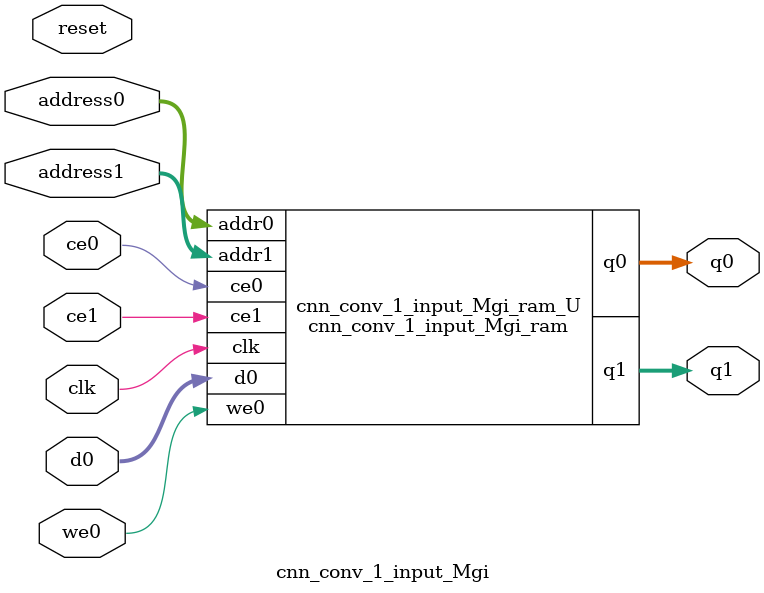
<source format=v>
`timescale 1 ns / 1 ps
module cnn_conv_1_input_Mgi_ram (addr0, ce0, d0, we0, q0, addr1, ce1, q1,  clk);

parameter DWIDTH = 14;
parameter AWIDTH = 7;
parameter MEM_SIZE = 81;

input[AWIDTH-1:0] addr0;
input ce0;
input[DWIDTH-1:0] d0;
input we0;
output reg[DWIDTH-1:0] q0;
input[AWIDTH-1:0] addr1;
input ce1;
output reg[DWIDTH-1:0] q1;
input clk;

(* ram_style = "block" *)reg [DWIDTH-1:0] ram[0:MEM_SIZE-1];




always @(posedge clk)  
begin 
    if (ce0) 
    begin
        if (we0) 
        begin 
            ram[addr0] <= d0; 
        end 
        q0 <= ram[addr0];
    end
end


always @(posedge clk)  
begin 
    if (ce1) 
    begin
        q1 <= ram[addr1];
    end
end


endmodule

`timescale 1 ns / 1 ps
module cnn_conv_1_input_Mgi(
    reset,
    clk,
    address0,
    ce0,
    we0,
    d0,
    q0,
    address1,
    ce1,
    q1);

parameter DataWidth = 32'd14;
parameter AddressRange = 32'd81;
parameter AddressWidth = 32'd7;
input reset;
input clk;
input[AddressWidth - 1:0] address0;
input ce0;
input we0;
input[DataWidth - 1:0] d0;
output[DataWidth - 1:0] q0;
input[AddressWidth - 1:0] address1;
input ce1;
output[DataWidth - 1:0] q1;



cnn_conv_1_input_Mgi_ram cnn_conv_1_input_Mgi_ram_U(
    .clk( clk ),
    .addr0( address0 ),
    .ce0( ce0 ),
    .we0( we0 ),
    .d0( d0 ),
    .q0( q0 ),
    .addr1( address1 ),
    .ce1( ce1 ),
    .q1( q1 ));

endmodule


</source>
